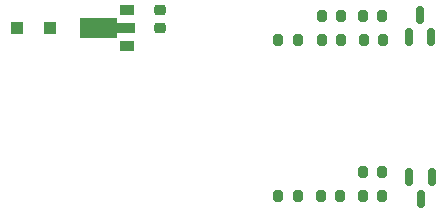
<source format=gbp>
G04 #@! TF.GenerationSoftware,KiCad,Pcbnew,7.0.10*
G04 #@! TF.CreationDate,2025-02-01T12:29:44+01:00*
G04 #@! TF.ProjectId,Multi Sensor Board,4d756c74-6920-4536-956e-736f7220426f,rev?*
G04 #@! TF.SameCoordinates,Original*
G04 #@! TF.FileFunction,Paste,Bot*
G04 #@! TF.FilePolarity,Positive*
%FSLAX46Y46*%
G04 Gerber Fmt 4.6, Leading zero omitted, Abs format (unit mm)*
G04 Created by KiCad (PCBNEW 7.0.10) date 2025-02-01 12:29:44*
%MOMM*%
%LPD*%
G01*
G04 APERTURE LIST*
G04 Aperture macros list*
%AMRoundRect*
0 Rectangle with rounded corners*
0 $1 Rounding radius*
0 $2 $3 $4 $5 $6 $7 $8 $9 X,Y pos of 4 corners*
0 Add a 4 corners polygon primitive as box body*
4,1,4,$2,$3,$4,$5,$6,$7,$8,$9,$2,$3,0*
0 Add four circle primitives for the rounded corners*
1,1,$1+$1,$2,$3*
1,1,$1+$1,$4,$5*
1,1,$1+$1,$6,$7*
1,1,$1+$1,$8,$9*
0 Add four rect primitives between the rounded corners*
20,1,$1+$1,$2,$3,$4,$5,0*
20,1,$1+$1,$4,$5,$6,$7,0*
20,1,$1+$1,$6,$7,$8,$9,0*
20,1,$1+$1,$8,$9,$2,$3,0*%
%AMFreePoly0*
4,1,9,3.862500,-0.866500,0.737500,-0.866500,0.737500,-0.450000,-0.737500,-0.450000,-0.737500,0.450000,0.737500,0.450000,0.737500,0.866500,3.862500,0.866500,3.862500,-0.866500,3.862500,-0.866500,$1*%
G04 Aperture macros list end*
%ADD10RoundRect,0.200000X0.200000X0.275000X-0.200000X0.275000X-0.200000X-0.275000X0.200000X-0.275000X0*%
%ADD11RoundRect,0.150000X0.150000X-0.587500X0.150000X0.587500X-0.150000X0.587500X-0.150000X-0.587500X0*%
%ADD12RoundRect,0.200000X-0.200000X-0.275000X0.200000X-0.275000X0.200000X0.275000X-0.200000X0.275000X0*%
%ADD13RoundRect,0.250000X0.300000X0.300000X-0.300000X0.300000X-0.300000X-0.300000X0.300000X-0.300000X0*%
%ADD14RoundRect,0.150000X-0.150000X0.587500X-0.150000X-0.587500X0.150000X-0.587500X0.150000X0.587500X0*%
%ADD15R,1.300000X0.900000*%
%ADD16FreePoly0,180.000000*%
%ADD17RoundRect,0.225000X-0.250000X0.225000X-0.250000X-0.225000X0.250000X-0.225000X0.250000X0.225000X0*%
G04 APERTURE END LIST*
D10*
X154050000Y-91694000D03*
X152400000Y-91694000D03*
D11*
X158110000Y-91440000D03*
X156210000Y-91440000D03*
X157160000Y-89565000D03*
D10*
X153987000Y-89662000D03*
X152337000Y-89662000D03*
X150431000Y-104902000D03*
X148781000Y-104902000D03*
X146812000Y-104902000D03*
X145162000Y-104902000D03*
D12*
X148844000Y-91694000D03*
X150494000Y-91694000D03*
D10*
X153987000Y-102870000D03*
X152337000Y-102870000D03*
X146812000Y-91694000D03*
X145162000Y-91694000D03*
D13*
X125860000Y-90678000D03*
X123060000Y-90678000D03*
D12*
X152337000Y-104902000D03*
X153987000Y-104902000D03*
D10*
X150494000Y-89662000D03*
X148844000Y-89662000D03*
D14*
X156276000Y-103281000D03*
X158176000Y-103281000D03*
X157226000Y-105156000D03*
D15*
X132334000Y-89154000D03*
D16*
X132246500Y-90654000D03*
D15*
X132334000Y-92154000D03*
D17*
X135128000Y-89128000D03*
X135128000Y-90678000D03*
M02*

</source>
